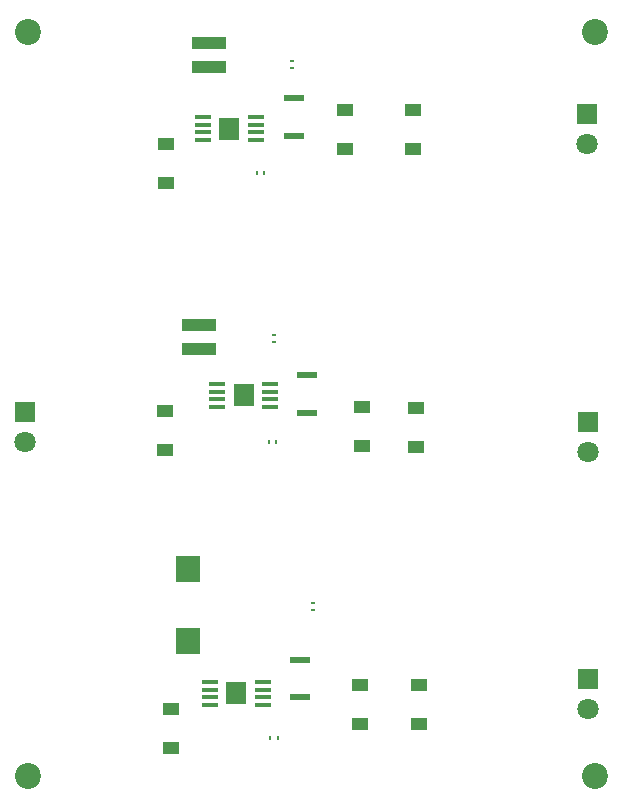
<source format=gbr>
%TF.GenerationSoftware,KiCad,Pcbnew,7.0.8*%
%TF.CreationDate,2023-12-07T00:58:29-06:00*%
%TF.ProjectId,Capst_Power_Controller,43617073-745f-4506-9f77-65725f436f6e,rev?*%
%TF.SameCoordinates,Original*%
%TF.FileFunction,Soldermask,Top*%
%TF.FilePolarity,Negative*%
%FSLAX46Y46*%
G04 Gerber Fmt 4.6, Leading zero omitted, Abs format (unit mm)*
G04 Created by KiCad (PCBNEW 7.0.8) date 2023-12-07 00:58:29*
%MOMM*%
%LPD*%
G01*
G04 APERTURE LIST*
%ADD10R,1.350000X1.100000*%
%ADD11C,2.200000*%
%ADD12R,1.425000X0.450000*%
%ADD13R,1.680000X1.880000*%
%ADD14R,2.900000X1.000000*%
%ADD15R,1.820000X0.620000*%
%ADD16R,1.800000X1.800000*%
%ADD17C,1.800000*%
%ADD18R,0.300000X0.250000*%
%ADD19R,0.250000X0.300000*%
%ADD20R,0.275000X0.300000*%
%ADD21R,2.050000X2.200000*%
G04 APERTURE END LIST*
D10*
%TO.C,C1*%
X116609400Y-71528400D03*
X116609400Y-74828400D03*
%TD*%
%TO.C,C11*%
X117066600Y-119356600D03*
X117066600Y-122656600D03*
%TD*%
D11*
%TO.C,H1*%
X105000000Y-62000000D03*
%TD*%
D12*
%TO.C,IC3*%
X120394000Y-117055600D03*
X120394000Y-117705600D03*
X120394000Y-118355600D03*
X120394000Y-119005600D03*
X124818000Y-119005600D03*
X124818000Y-118355600D03*
X124818000Y-117705600D03*
X124818000Y-117055600D03*
D13*
X122606000Y-118030600D03*
%TD*%
D14*
%TO.C,L2*%
X119405400Y-88872600D03*
X119405400Y-86842600D03*
%TD*%
D15*
%TO.C,C12*%
X128014000Y-118365800D03*
X128014000Y-115165800D03*
%TD*%
D12*
%TO.C,IC2*%
X121005600Y-91821000D03*
X121005600Y-92471000D03*
X121005600Y-93121000D03*
X121005600Y-93771000D03*
X125429600Y-93771000D03*
X125429600Y-93121000D03*
X125429600Y-92471000D03*
X125429600Y-91821000D03*
D13*
X123217600Y-92796000D03*
%TD*%
D16*
%TO.C,J2*%
X152273000Y-68988400D03*
D17*
X152273000Y-71528400D03*
%TD*%
D16*
%TO.C,J4*%
X152400000Y-116840000D03*
D17*
X152400000Y-119380000D03*
%TD*%
D10*
%TO.C,C2*%
X131798600Y-68607400D03*
X131798600Y-71907400D03*
%TD*%
D11*
%TO.C,H2*%
X105000000Y-125000000D03*
%TD*%
D18*
%TO.C,R3*%
X125806200Y-87706200D03*
X125806200Y-88306200D03*
%TD*%
D16*
%TO.C,J1*%
X104749600Y-94208600D03*
D17*
X104749600Y-96748600D03*
%TD*%
D19*
%TO.C,R4*%
X125958600Y-96723200D03*
X125358600Y-96723200D03*
%TD*%
D16*
%TO.C,J3*%
X152374600Y-95072200D03*
D17*
X152374600Y-97612200D03*
%TD*%
D11*
%TO.C,H3*%
X153000000Y-62000000D03*
%TD*%
D20*
%TO.C,R6*%
X125474000Y-121845800D03*
X126100000Y-121845800D03*
%TD*%
D18*
%TO.C,R1*%
X127328200Y-64476800D03*
X127328200Y-65076800D03*
%TD*%
D10*
%TO.C,C5*%
X137795000Y-93877400D03*
X137795000Y-97177400D03*
%TD*%
D12*
%TO.C,IC1*%
X119807600Y-69226800D03*
X119807600Y-69876800D03*
X119807600Y-70526800D03*
X119807600Y-71176800D03*
X124231600Y-71176800D03*
X124231600Y-70526800D03*
X124231600Y-69876800D03*
X124231600Y-69226800D03*
D13*
X122019600Y-70201800D03*
%TD*%
D14*
%TO.C,L1*%
X120292400Y-64999600D03*
X120292400Y-62969600D03*
%TD*%
D10*
%TO.C,C10*%
X133094000Y-117299200D03*
X133094000Y-120599200D03*
%TD*%
D18*
%TO.C,R5*%
X129106200Y-110365000D03*
X129106200Y-110965000D03*
%TD*%
D10*
%TO.C,C7*%
X116560600Y-94109000D03*
X116560600Y-97409000D03*
%TD*%
%TO.C,C6*%
X133273800Y-93776800D03*
X133273800Y-97076800D03*
%TD*%
D15*
%TO.C,C4*%
X127480600Y-70817000D03*
X127480600Y-67617000D03*
%TD*%
D10*
%TO.C,C9*%
X138047000Y-117299200D03*
X138047000Y-120599200D03*
%TD*%
D15*
%TO.C,C8*%
X128574800Y-94309800D03*
X128574800Y-91109800D03*
%TD*%
D11*
%TO.C,H4*%
X153000000Y-125000000D03*
%TD*%
D10*
%TO.C,C3*%
X137589800Y-68632800D03*
X137589800Y-71932800D03*
%TD*%
D19*
%TO.C,R2*%
X124915200Y-73966800D03*
X124315200Y-73966800D03*
%TD*%
D21*
%TO.C,L3*%
X118514400Y-113620200D03*
X118514400Y-107520200D03*
%TD*%
M02*

</source>
